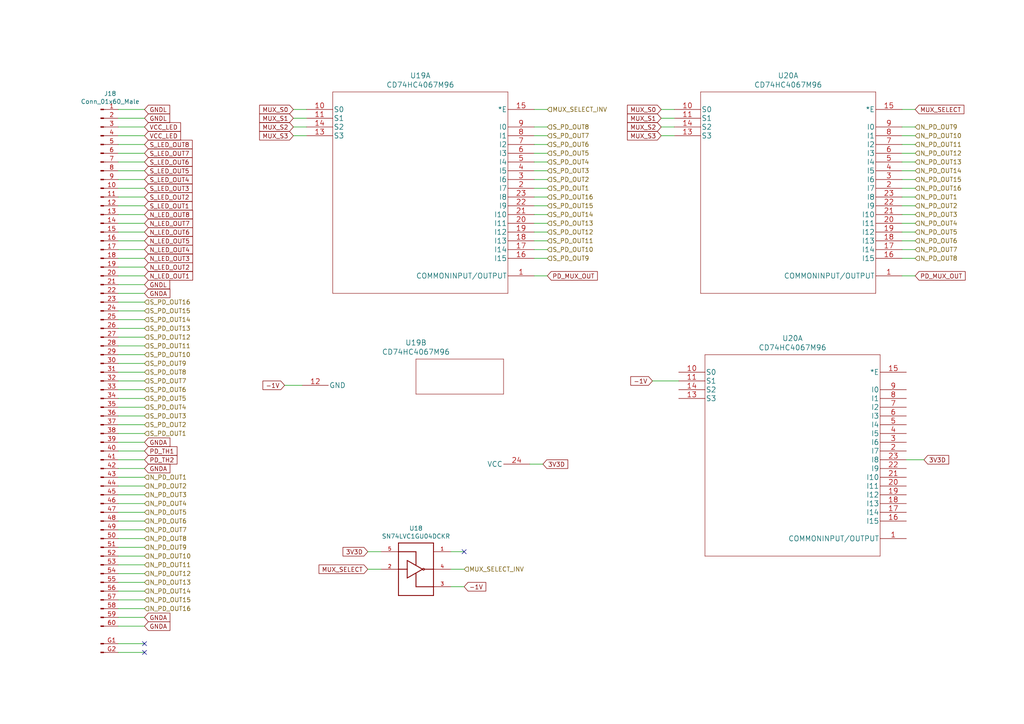
<source format=kicad_sch>
(kicad_sch (version 20211123) (generator eeschema)
  (paper "A4")
  (lib_symbols
    (symbol "Ninja-qPCR:CD74HC4067M96" (pin_names (offset 0.254))
      (property "Reference" "U" (at 33.02 10.16 0))
      (property "Value" "Ninja-qPCR_CD74HC4067M96" (at 33.02 7.62 0))
      (symbol "CD74HC4067M96_1_1"
        (polyline (pts (xy 7.62 -53.34) (xy 58.42 -53.34)) (stroke (width 0.127)))
        (polyline (pts (xy 7.62 5.08) (xy 7.62 -53.34)) (stroke (width 0.127)))
        (polyline (pts (xy 58.42 -53.34) (xy 58.42 5.08)) (stroke (width 0.127)))
        (polyline (pts (xy 58.42 5.08) (xy 7.62 5.08)) (stroke (width 0.127)))
        (pin bidirectional line (at 0 -48.26 0) (length 7.62) (name "COMMONINPUT/OUTPUT") (number "1"))
        (pin output line (at 66.04 0 180) (length 7.62) (name "S0") (number "10"))
        (pin output line (at 66.04 -2.54 180) (length 7.62) (name "S1") (number "11"))
        (pin output line (at 66.04 -7.62 180) (length 7.62) (name "S3") (number "13"))
        (pin output line (at 66.04 -5.08 180) (length 7.62) (name "S2") (number "14"))
        (pin input line (at 0 0 0) (length 7.62) (name "*E") (number "15"))
        (pin input line (at 0 -43.18 0) (length 7.62) (name "I15") (number "16"))
        (pin input line (at 0 -40.64 0) (length 7.62) (name "I14") (number "17"))
        (pin input line (at 0 -38.1 0) (length 7.62) (name "I13") (number "18"))
        (pin input line (at 0 -35.56 0) (length 7.62) (name "I12") (number "19"))
        (pin input line (at 0 -22.86 0) (length 7.62) (name "I7") (number "2"))
        (pin input line (at 0 -33.02 0) (length 7.62) (name "I11") (number "20"))
        (pin input line (at 0 -30.48 0) (length 7.62) (name "I10") (number "21"))
        (pin input line (at 0 -27.94 0) (length 7.62) (name "I9") (number "22"))
        (pin input line (at 0 -25.4 0) (length 7.62) (name "I8") (number "23"))
        (pin input line (at 0 -20.32 0) (length 7.62) (name "I6") (number "3"))
        (pin input line (at 0 -17.78 0) (length 7.62) (name "I5") (number "4"))
        (pin input line (at 0 -15.24 0) (length 7.62) (name "I4") (number "5"))
        (pin input line (at 0 -12.7 0) (length 7.62) (name "I3") (number "6"))
        (pin input line (at 0 -10.16 0) (length 7.62) (name "I2") (number "7"))
        (pin input line (at 0 -7.62 0) (length 7.62) (name "I1") (number "8"))
        (pin input line (at 0 -5.08 0) (length 7.62) (name "I0") (number "9"))
      )
      (symbol "CD74HC4067M96_2_1"
        (polyline (pts (xy 7.62 -5.08) (xy 33.02 -5.08)) (stroke (width 0.127)))
        (polyline (pts (xy 7.62 5.08) (xy 7.62 -5.08)) (stroke (width 0.127)))
        (polyline (pts (xy 33.02 -5.08) (xy 33.02 5.08)) (stroke (width 0.127)))
        (polyline (pts (xy 33.02 5.08) (xy 7.62 5.08)) (stroke (width 0.127)))
        (pin power_in line (at 66.04 -2.54 180) (length 7.62) (name "GND") (number "12"))
        (pin power_in line (at 0 -25.4 0) (length 7.62) (name "VCC") (number "24"))
      )
    )
    (symbol "Ninja-qPCR:Conn_01x60_Male" (pin_names (offset 1.016) hide)
      (property "Reference" "J" (at 0 50.8 0))
      (property "Value" "Ninja-qPCR_Conn_01x60_Male" (at 1.27 -113.03 0))
      (symbol "Conn_01x60_Male_1_1"
        (polyline (pts (xy 1.27 -109.22) (xy 0.8636 -109.22)) (stroke (width 0.1524)))
        (polyline (pts (xy 1.27 -106.68) (xy 0.8636 -106.68)) (stroke (width 0.1524)))
        (polyline (pts (xy 1.27 -101.6) (xy 0.8636 -101.6)) (stroke (width 0.1524)))
        (polyline (pts (xy 1.27 -99.06) (xy 0.8636 -99.06)) (stroke (width 0.1524)))
        (polyline (pts (xy 1.27 -96.52) (xy 0.8636 -96.52)) (stroke (width 0.1524)))
        (polyline (pts (xy 1.27 -93.98) (xy 0.8636 -93.98)) (stroke (width 0.1524)))
        (polyline (pts (xy 1.27 -91.44) (xy 0.8636 -91.44)) (stroke (width 0.1524)))
        (polyline (pts (xy 1.27 -88.9) (xy 0.8636 -88.9)) (stroke (width 0.1524)))
        (polyline (pts (xy 1.27 -86.36) (xy 0.8636 -86.36)) (stroke (width 0.1524)))
        (polyline (pts (xy 1.27 -83.82) (xy 0.8636 -83.82)) (stroke (width 0.1524)))
        (polyline (pts (xy 1.27 -81.28) (xy 0.8636 -81.28)) (stroke (width 0.1524)))
        (polyline (pts (xy 1.27 -78.74) (xy 0.8636 -78.74)) (stroke (width 0.1524)))
        (polyline (pts (xy 1.27 -76.2) (xy 0.8636 -76.2)) (stroke (width 0.1524)))
        (polyline (pts (xy 1.27 -73.66) (xy 0.8636 -73.66)) (stroke (width 0.1524)))
        (polyline (pts (xy 1.27 -71.12) (xy 0.8636 -71.12)) (stroke (width 0.1524)))
        (polyline (pts (xy 1.27 -68.58) (xy 0.8636 -68.58)) (stroke (width 0.1524)))
        (polyline (pts (xy 1.27 -66.04) (xy 0.8636 -66.04)) (stroke (width 0.1524)))
        (polyline (pts (xy 1.27 -63.5) (xy 0.8636 -63.5)) (stroke (width 0.1524)))
        (polyline (pts (xy 1.27 -60.96) (xy 0.8636 -60.96)) (stroke (width 0.1524)))
        (polyline (pts (xy 1.27 -58.42) (xy 0.8636 -58.42)) (stroke (width 0.1524)))
        (polyline (pts (xy 1.27 -55.88) (xy 0.8636 -55.88)) (stroke (width 0.1524)))
        (polyline (pts (xy 1.27 -53.34) (xy 0.8636 -53.34)) (stroke (width 0.1524)))
        (polyline (pts (xy 1.27 -50.8) (xy 0.8636 -50.8)) (stroke (width 0.1524)))
        (polyline (pts (xy 1.27 -48.26) (xy 0.8636 -48.26)) (stroke (width 0.1524)))
        (polyline (pts (xy 1.27 -45.72) (xy 0.8636 -45.72)) (stroke (width 0.1524)))
        (polyline (pts (xy 1.27 -43.18) (xy 0.8636 -43.18)) (stroke (width 0.1524)))
        (polyline (pts (xy 1.27 -40.64) (xy 0.8636 -40.64)) (stroke (width 0.1524)))
        (polyline (pts (xy 1.27 -38.1) (xy 0.8636 -38.1)) (stroke (width 0.1524)))
        (polyline (pts (xy 1.27 -35.56) (xy 0.8636 -35.56)) (stroke (width 0.1524)))
        (polyline (pts (xy 1.27 -33.02) (xy 0.8636 -33.02)) (stroke (width 0.1524)))
        (polyline (pts (xy 1.27 -30.48) (xy 0.8636 -30.48)) (stroke (width 0.1524)))
        (polyline (pts (xy 1.27 -27.94) (xy 0.8636 -27.94)) (stroke (width 0.1524)))
        (polyline (pts (xy 1.27 -25.4) (xy 0.8636 -25.4)) (stroke (width 0.1524)))
        (polyline (pts (xy 1.27 -22.86) (xy 0.8636 -22.86)) (stroke (width 0.1524)))
        (polyline (pts (xy 1.27 -20.32) (xy 0.8636 -20.32)) (stroke (width 0.1524)))
        (polyline (pts (xy 1.27 -17.78) (xy 0.8636 -17.78)) (stroke (width 0.1524)))
        (polyline (pts (xy 1.27 -15.24) (xy 0.8636 -15.24)) (stroke (width 0.1524)))
        (polyline (pts (xy 1.27 -12.7) (xy 0.8636 -12.7)) (stroke (width 0.1524)))
        (polyline (pts (xy 1.27 -10.16) (xy 0.8636 -10.16)) (stroke (width 0.1524)))
        (polyline (pts (xy 1.27 -7.62) (xy 0.8636 -7.62)) (stroke (width 0.1524)))
        (polyline (pts (xy 1.27 -5.08) (xy 0.8636 -5.08)) (stroke (width 0.1524)))
        (polyline (pts (xy 1.27 -2.54) (xy 0.8636 -2.54)) (stroke (width 0.1524)))
        (polyline (pts (xy 1.27 0) (xy 0.8636 0)) (stroke (width 0.1524)))
        (polyline (pts (xy 1.27 2.54) (xy 0.8636 2.54)) (stroke (width 0.1524)))
        (polyline (pts (xy 1.27 5.08) (xy 0.8636 5.08)) (stroke (width 0.1524)))
        (polyline (pts (xy 1.27 7.62) (xy 0.8636 7.62)) (stroke (width 0.1524)))
        (polyline (pts (xy 1.27 10.16) (xy 0.8636 10.16)) (stroke (width 0.1524)))
        (polyline (pts (xy 1.27 12.7) (xy 0.8636 12.7)) (stroke (width 0.1524)))
        (polyline (pts (xy 1.27 15.24) (xy 0.8636 15.24)) (stroke (width 0.1524)))
        (polyline (pts (xy 1.27 17.78) (xy 0.8636 17.78)) (stroke (width 0.1524)))
        (polyline (pts (xy 1.27 20.32) (xy 0.8636 20.32)) (stroke (width 0.1524)))
        (polyline (pts (xy 1.27 22.86) (xy 0.8636 22.86)) (stroke (width 0.1524)))
        (polyline (pts (xy 1.27 25.4) (xy 0.8636 25.4)) (stroke (width 0.1524)))
        (polyline (pts (xy 1.27 27.94) (xy 0.8636 27.94)) (stroke (width 0.1524)))
        (polyline (pts (xy 1.27 30.48) (xy 0.8636 30.48)) (stroke (width 0.1524)))
        (polyline (pts (xy 1.27 33.02) (xy 0.8636 33.02)) (stroke (width 0.1524)))
        (polyline (pts (xy 1.27 35.56) (xy 0.8636 35.56)) (stroke (width 0.1524)))
        (polyline (pts (xy 1.27 38.1) (xy 0.8636 38.1)) (stroke (width 0.1524)))
        (polyline (pts (xy 1.27 40.64) (xy 0.8636 40.64)) (stroke (width 0.1524)))
        (polyline (pts (xy 1.27 43.18) (xy 0.8636 43.18)) (stroke (width 0.1524)))
        (polyline (pts (xy 1.27 45.72) (xy 0.8636 45.72)) (stroke (width 0.1524)))
        (polyline (pts (xy 1.27 48.26) (xy 0.8636 48.26)) (stroke (width 0.1524)))
        (rectangle (start 0.8636 -109.093) (end 0 -109.347) (stroke (width 0.1524)) (fill (type outline)))
        (rectangle (start 0.8636 -106.553) (end 0 -106.807) (stroke (width 0.1524)) (fill (type outline)))
        (rectangle (start 0.8636 -101.473) (end 0 -101.727) (stroke (width 0.1524)) (fill (type outline)))
        (rectangle (start 0.8636 -98.933) (end 0 -99.187) (stroke (width 0.1524)) (fill (type outline)))
        (rectangle (start 0.8636 -96.393) (end 0 -96.647) (stroke (width 0.1524)) (fill (type outline)))
        (rectangle (start 0.8636 -93.853) (end 0 -94.107) (stroke (width 0.1524)) (fill (type outline)))
        (rectangle (start 0.8636 -91.313) (end 0 -91.567) (stroke (width 0.1524)) (fill (type outline)))
        (rectangle (start 0.8636 -88.773) (end 0 -89.027) (stroke (width 0.1524)) (fill (type outline)))
        (rectangle (start 0.8636 -86.233) (end 0 -86.487) (stroke (width 0.1524)) (fill (type outline)))
        (rectangle (start 0.8636 -83.693) (end 0 -83.947) (stroke (width 0.1524)) (fill (type outline)))
        (rectangle (start 0.8636 -81.153) (end 0 -81.407) (stroke (width 0.1524)) (fill (type outline)))
        (rectangle (start 0.8636 -78.613) (end 0 -78.867) (stroke (width 0.1524)) (fill (type outline)))
        (rectangle (start 0.8636 -76.073) (end 0 -76.327) (stroke (width 0.1524)) (fill (type outline)))
        (rectangle (start 0.8636 -73.533) (end 0 -73.787) (stroke (width 0.1524)) (fill (type outline)))
        (rectangle (start 0.8636 -70.993) (end 0 -71.247) (stroke (width 0.1524)) (fill (type outline)))
        (rectangle (start 0.8636 -68.453) (end 0 -68.707) (stroke (width 0.1524)) (fill (type outline)))
        (rectangle (start 0.8636 -65.913) (end 0 -66.167) (stroke (width 0.1524)) (fill (type outline)))
        (rectangle (start 0.8636 -63.373) (end 0 -63.627) (stroke (width 0.1524)) (fill (type outline)))
        (rectangle (start 0.8636 -60.833) (end 0 -61.087) (stroke (width 0.1524)) (fill (type outline)))
        (rectangle (start 0.8636 -58.293) (end 0 -58.547) (stroke (width 0.1524)) (fill (type outline)))
        (rectangle (start 0.8636 -55.753) (end 0 -56.007) (stroke (width 0.1524)) (fill (type outline)))
        (rectangle (start 0.8636 -53.213) (end 0 -53.467) (stroke (width 0.1524)) (fill (type outline)))
        (rectangle (start 0.8636 -50.673) (end 0 -50.927) (stroke (width 0.1524)) (fill (type outline)))
        (rectangle (start 0.8636 -48.133) (end 0 -48.387) (stroke (width 0.1524)) (fill (type outline)))
        (rectangle (start 0.8636 -45.593) (end 0 -45.847) (stroke (width 0.1524)) (fill (type outline)))
        (rectangle (start 0.8636 -43.053) (end 0 -43.307) (stroke (width 0.1524)) (fill (type outline)))
        (rectangle (start 0.8636 -40.513) (end 0 -40.767) (stroke (width 0.1524)) (fill (type outline)))
        (rectangle (start 0.8636 -37.973) (end 0 -38.227) (stroke (width 0.1524)) (fill (type outline)))
        (rectangle (start 0.8636 -35.433) (end 0 -35.687) (stroke (width 0.1524)) (fill (type outline)))
        (rectangle (start 0.8636 -32.893) (end 0 -33.147) (stroke (width 0.1524)) (fill (type outline)))
        (rectangle (start 0.8636 -30.353) (end 0 -30.607) (stroke (width 0.1524)) (fill (type outline)))
        (rectangle (start 0.8636 -27.813) (end 0 -28.067) (stroke (width 0.1524)) (fill (type outline)))
        (rectangle (start 0.8636 -25.273) (end 0 -25.527) (stroke (width 0.1524)) (fill (type outline)))
        (rectangle (start 0.8636 -22.733) (end 0 -22.987) (stroke (width 0.1524)) (fill (type outline)))
        (rectangle (start 0.8636 -20.193) (end 0 -20.447) (stroke (width 0.1524)) (fill (type outline)))
        (rectangle (start 0.8636 -17.653) (end 0 -17.907) (stroke (width 0.1524)) (fill (type outline)))
        (rectangle (start 0.8636 -15.113) (end 0 -15.367) (stroke (width 0.1524)) (fill (type outline)))
        (rectangle (start 0.8636 -12.573) (end 0 -12.827) (stroke (width 0.1524)) (fill (type outline)))
        (rectangle (start 0.8636 -10.033) (end 0 -10.287) (stroke (width 0.1524)) (fill (type outline)))
        (rectangle (start 0.8636 -7.493) (end 0 -7.747) (stroke (width 0.1524)) (fill (type outline)))
        (rectangle (start 0.8636 -4.953) (end 0 -5.207) (stroke (width 0.1524)) (fill (type outline)))
        (rectangle (start 0.8636 -2.413) (end 0 -2.667) (stroke (width 0.1524)) (fill (type outline)))
        (rectangle (start 0.8636 0.127) (end 0 -0.127) (stroke (width 0.1524)) (fill (type outline)))
        (rectangle (start 0.8636 2.667) (end 0 2.413) (stroke (width 0.1524)) (fill (type outline)))
        (rectangle (start 0.8636 5.207) (end 0 4.953) (stroke (width 0.1524)) (fill (type outline)))
        (rectangle (start 0.8636 7.747) (end 0 7.493) (stroke (width 0.1524)) (fill (type outline)))
        (rectangle (start 0.8636 10.287) (end 0 10.033) (stroke (width 0.1524)) (fill (type outline)))
        (rectangle (start 0.8636 12.827) (end 0 12.573) (stroke (width 0.1524)) (fill (type outline)))
        (rectangle (start 0.8636 15.367) (end 0 15.113) (stroke (width 0.1524)) (fill (type outline)))
        (rectangle (start 0.8636 17.907) (end 0 17.653) (stroke (width 0.1524)) (fill (type outline)))
        (rectangle (start 0.8636 20.447) (end 0 20.193) (stroke (width 0.1524)) (fill (type outline)))
        (rectangle (start 0.8636 22.987) (end 0 22.733) (stroke (width 0.1524)) (fill (type outline)))
        (rectangle (start 0.8636 25.527) (end 0 25.273) (stroke (width 0.1524)) (fill (type outline)))
        (rectangle (start 0.8636 28.067) (end 0 27.813) (stroke (width 0.1524)) (fill (type outline)))
        (rectangle (start 0.8636 30.607) (end 0 30.353) (stroke (width 0.1524)) (fill (type outline)))
        (rectangle (start 0.8636 33.147) (end 0 32.893) (stroke (width 0.1524)) (fill (type outline)))
        (rectangle (start 0.8636 35.687) (end 0 35.433) (stroke (width 0.1524)) (fill (type outline)))
        (rectangle (start 0.8636 38.227) (end 0 37.973) (stroke (width 0.1524)) (fill (type outline)))
        (rectangle (start 0.8636 40.767) (end 0 40.513) (stroke (width 0.1524)) (fill (type outline)))
        (rectangle (start 0.8636 43.307) (end 0 43.053) (stroke (width 0.1524)) (fill (type outline)))
        (rectangle (start 0.8636 45.847) (end 0 45.593) (stroke (width 0.1524)) (fill (type outline)))
        (rectangle (start 0.8636 48.387) (end 0 48.133) (stroke (width 0.1524)) (fill (type outline)))
        (pin passive line (at 5.08 48.26 180) (length 3.81) (name "Pin_1") (number "1"))
        (pin passive line (at 5.08 25.4 180) (length 3.81) (name "Pin_10") (number "10"))
        (pin passive line (at 5.08 22.86 180) (length 3.81) (name "Pin_11") (number "11"))
        (pin passive line (at 5.08 20.32 180) (length 3.81) (name "Pin_12") (number "12"))
        (pin passive line (at 5.08 17.78 180) (length 3.81) (name "Pin_13") (number "13"))
        (pin passive line (at 5.08 15.24 180) (length 3.81) (name "Pin_14") (number "14"))
        (pin passive line (at 5.08 12.7 180) (length 3.81) (name "Pin_15") (number "15"))
        (pin passive line (at 5.08 10.16 180) (length 3.81) (name "Pin_16") (number "16"))
        (pin passive line (at 5.08 7.62 180) (length 3.81) (name "Pin_17") (number "17"))
        (pin passive line (at 5.08 5.08 180) (length 3.81) (name "Pin_18") (number "18"))
        (pin passive line (at 5.08 2.54 180) (length 3.81) (name "Pin_19") (number "19"))
        (pin passive line (at 5.08 45.72 180) (length 3.81) (name "Pin_2") (number "2"))
        (pin passive line (at 5.08 0 180) (length 3.81) (name "Pin_20") (number "20"))
        (pin passive line (at 5.08 -2.54 180) (length 3.81) (name "Pin_21") (number "21"))
        (pin passive line (at 5.08 -5.08 180) (length 3.81) (name "Pin_22") (number "22"))
        (pin passive line (at 5.08 -7.62 180) (length 3.81) (name "Pin_23") (number "23"))
        (pin passive line (at 5.08 -10.16 180) (length 3.81) (name "Pin_24") (number "24"))
        (pin passive line (at 5.08 -12.7 180) (length 3.81) (name "Pin_25") (number "25"))
        (pin passive line (at 5.08 -15.24 180) (length 3.81) (name "Pin_26") (number "26"))
        (pin passive line (at 5.08 -17.78 180) (length 3.81) (name "Pin_27") (number "27"))
        (pin passive line (at 5.08 -20.32 180) (length 3.81) (name "Pin_28") (number "28"))
        (pin passive line (at 5.08 -22.86 180) (length 3.81) (name "Pin_29") (number "29"))
        (pin passive line (at 5.08 43.18 180) (length 3.81) (name "Pin_3") (number "3"))
        (pin passive line (at 5.08 -25.4 180) (length 3.81) (name "Pin_30") (number "30"))
        (pin passive line (at 5.08 -27.94 180) (length 3.81) (name "Pin_31") (number "31"))
        (pin passive line (at 5.08 -30.48 180) (length 3.81) (name "Pin_32") (number "32"))
        (pin passive line (at 5.08 -33.02 180) (length 3.81) (name "Pin_33") (number "33"))
        (pin passive line (at 5.08 -35.56 180) (length 3.81) (name "Pin_34") (number "34"))
        (pin passive line (at 5.08 -38.1 180) (length 3.81) (name "Pin_35") (number "35"))
        (pin passive line (at 5.08 -40.64 180) (length 3.81) (name "Pin_36") (number "36"))
        (pin passive line (at 5.08 -43.18 180) (length 3.81) (name "Pin_37") (number "37"))
        (pin passive line (at 5.08 -45.72 180) (length 3.81) (name "Pin_38") (number "38"))
        (pin passive line (at 5.08 -48.26 180) (length 3.81) (name "Pin_39") (number "39"))
        (pin passive line (at 5.08 40.64 180) (length 3.81) (name "Pin_4") (number "4"))
        (pin passive line (at 5.08 -50.8 180) (length 3.81) (name "Pin_40") (number "40"))
        (pin passive line (at 5.08 -53.34 180) (length 3.81) (name "Pin_41") (number "41"))
        (pin passive line (at 5.08 -55.88 180) (length 3.81) (name "Pin_42") (number "42"))
        (pin passive line (at 5.08 -58.42 180) (length 3.81) (name "Pin_43") (number "43"))
        (pin passive line (at 5.08 -60.96 180) (length 3.81) (name "Pin_44") (number "44"))
        (pin passive line (at 5.08 -63.5 180) (length 3.81) (name "Pin_45") (number "45"))
        (pin passive line (at 5.08 -66.04 180) (length 3.81) (name "Pin_46") (number "46"))
        (pin passive line (at 5.08 -68.58 180) (length 3.81) (name "Pin_47") (number "47"))
        (pin passive line (at 5.08 -71.12 180) (length 3.81) (name "Pin_48") (number "48"))
        (pin passive line (at 5.08 -73.66 180) (length 3.81) (name "Pin_49") (number "49"))
        (pin passive line (at 5.08 38.1 180) (length 3.81) (name "Pin_5") (number "5"))
        (pin passive line (at 5.08 -76.2 180) (length 3.81) (name "Pin_50") (number "50"))
        (pin passive line (at 5.08 -78.74 180) (length 3.81) (name "Pin_51") (number "51"))
        (pin passive line (at 5.08 -81.28 180) (length 3.81) (name "Pin_52") (number "52"))
        (pin passive line (at 5.08 -83.82 180) (length 3.81) (name "Pin_53") (number "53"))
        (pin passive line (at 5.08 -86.36 180) (length 3.81) (name "Pin_54") (number "54"))
        (pin passive line (at 5.08 -88.9 180) (length 3.81) (name "Pin_55") (number "55"))
        (pin passive line (at 5.08 -91.44 180) (length 3.81) (name "Pin_56") (number "56"))
        (pin passive line (at 5.08 -93.98 180) (length 3.81) (name "Pin_57") (number "57"))
        (pin passive line (at 5.08 -96.52 180) (length 3.81) (name "Pin_58") (number "58"))
        (pin passive line (at 5.08 -99.06 180) (length 3.81) (name "Pin_59") (number "59"))
        (pin passive line (at 5.08 35.56 180) (length 3.81) (name "Pin_6") (number "6"))
        (pin passive line (at 5.08 -101.6 180) (length 3.81) (name "Pin_60") (number "60"))
        (pin passive line (at 5.08 33.02 180) (length 3.81) (name "Pin_7") (number "7"))
        (pin passive line (at 5.08 30.48 180) (length 3.81) (name "Pin_8") (number "8"))
        (pin passive line (at 5.08 27.94 180) (length 3.81) (name "Pin_9") (number "9"))
        (pin passive line (at 5.08 -106.68 180) (length 3.81) (name "Pin_G1") (number "G1"))
        (pin passive line (at 5.08 -109.22 180) (length 3.81) (name "Pin_G2") (number "G2"))
      )
    )
    (symbol "Ninja-qPCR:SN74LVC1G04DBVR" (pin_names (offset 1.016) hide)
      (property "Reference" "U" (at -5.08 8.6106 0))
      (property "Value" "Ninja-qPCR_SN74LVC1G04DBVR" (at -5.08 -10.16 0))
      (symbol "SN74LVC1G04DBVR_0_0"
        (polyline (pts (xy -5.08 -7.62) (xy 5.08 -7.62)) (stroke (width 0.254)))
        (polyline (pts (xy -5.08 0) (xy -2.54 0)) (stroke (width 0.254)))
        (polyline (pts (xy -5.08 5.08) (xy 0 5.08)) (stroke (width 0.254)))
        (polyline (pts (xy -5.08 7.62) (xy -5.08 -7.62)) (stroke (width 0.254)))
        (polyline (pts (xy -2.54 -2.54) (xy -2.54 0)) (stroke (width 0.254)))
        (polyline (pts (xy -2.54 0) (xy -2.54 2.54)) (stroke (width 0.254)))
        (polyline (pts (xy -2.54 2.54) (xy 1.905 0)) (stroke (width 0.254)))
        (polyline (pts (xy 0 -5.08) (xy 5.08 -5.08)) (stroke (width 0.254)))
        (polyline (pts (xy 0 -1.143) (xy 0 -5.08)) (stroke (width 0.254)))
        (polyline (pts (xy 0 5.08) (xy 0 1.143)) (stroke (width 0.254)))
        (polyline (pts (xy 1.905 0) (xy -2.54 -2.54)) (stroke (width 0.254)))
        (polyline (pts (xy 2.54 0) (xy 5.08 0)) (stroke (width 0.254)))
        (polyline (pts (xy 5.08 -7.62) (xy 5.08 7.62)) (stroke (width 0.254)))
        (polyline (pts (xy 5.08 7.62) (xy -5.08 7.62)) (stroke (width 0.254)))
        (circle (center 2.1844 0) (radius 0.254) (stroke (width 0.254)))
        (pin passive line (at 10.16 5.08 180) (length 5.08) (name "~") (number "1"))
        (pin input line (at -10.16 0 0) (length 5.08) (name "~") (number "2"))
        (pin power_in line (at 10.16 -5.08 180) (length 5.08) (name "~") (number "3"))
        (pin output line (at 10.16 0 180) (length 5.08) (name "~") (number "4"))
        (pin power_in line (at -10.16 5.08 0) (length 5.08) (name "~") (number "5"))
      )
    )
  )
  (no_connect (at 41.91 189.23))
  (no_connect (at 41.91 186.69))
  (no_connect (at 134.62 160.02))
  (wire (pts (xy 41.91 166.37) (xy 34.29 166.37)))
  (wire (pts (xy 265.43 62.23) (xy 261.62 62.23)))
  (wire (pts (xy 41.91 64.77) (xy 34.29 64.77)))
  (wire (pts (xy 158.75 31.75) (xy 154.94 31.75)))
  (wire (pts (xy 41.91 110.49) (xy 34.29 110.49)))
  (wire (pts (xy 41.91 44.45) (xy 34.29 44.45)))
  (wire (pts (xy 41.91 82.55) (xy 34.29 82.55)))
  (wire (pts (xy 267.97 133.35) (xy 262.89 133.35)))
  (wire (pts (xy 265.43 44.45) (xy 261.62 44.45)))
  (wire (pts (xy 265.43 59.69) (xy 261.62 59.69)))
  (wire (pts (xy 41.91 105.41) (xy 34.29 105.41)))
  (wire (pts (xy 158.75 57.15) (xy 154.94 57.15)))
  (wire (pts (xy 41.91 59.69) (xy 34.29 59.69)))
  (wire (pts (xy 41.91 92.71) (xy 34.29 92.71)))
  (wire (pts (xy 158.75 69.85) (xy 154.94 69.85)))
  (wire (pts (xy 41.91 72.39) (xy 34.29 72.39)))
  (wire (pts (xy 41.91 97.79) (xy 34.29 97.79)))
  (wire (pts (xy 191.77 34.29) (xy 195.58 34.29)))
  (wire (pts (xy 158.75 64.77) (xy 154.94 64.77)))
  (wire (pts (xy 41.91 52.07) (xy 34.29 52.07)))
  (wire (pts (xy 157.48 134.62) (xy 153.67 134.62)))
  (wire (pts (xy 41.91 36.83) (xy 34.29 36.83)))
  (wire (pts (xy 265.43 57.15) (xy 261.62 57.15)))
  (wire (pts (xy 41.91 148.59) (xy 34.29 148.59)))
  (wire (pts (xy 88.9 39.37) (xy 85.09 39.37)))
  (wire (pts (xy 106.68 165.1) (xy 110.49 165.1)))
  (wire (pts (xy 41.91 118.11) (xy 34.29 118.11)))
  (wire (pts (xy 41.91 80.01) (xy 34.29 80.01)))
  (wire (pts (xy 265.43 46.99) (xy 261.62 46.99)))
  (wire (pts (xy 41.91 176.53) (xy 34.29 176.53)))
  (wire (pts (xy 41.91 189.23) (xy 34.29 189.23)))
  (wire (pts (xy 158.75 72.39) (xy 154.94 72.39)))
  (wire (pts (xy 41.91 125.73) (xy 34.29 125.73)))
  (wire (pts (xy 195.58 31.75) (xy 191.77 31.75)))
  (wire (pts (xy 41.91 100.33) (xy 34.29 100.33)))
  (wire (pts (xy 41.91 90.17) (xy 34.29 90.17)))
  (wire (pts (xy 134.62 170.18) (xy 130.81 170.18)))
  (wire (pts (xy 41.91 168.91) (xy 34.29 168.91)))
  (wire (pts (xy 41.91 158.75) (xy 34.29 158.75)))
  (wire (pts (xy 158.75 74.93) (xy 154.94 74.93)))
  (wire (pts (xy 88.9 36.83) (xy 85.09 36.83)))
  (wire (pts (xy 41.91 143.51) (xy 34.29 143.51)))
  (wire (pts (xy 110.49 160.02) (xy 106.68 160.02)))
  (wire (pts (xy 195.58 36.83) (xy 191.77 36.83)))
  (wire (pts (xy 88.9 34.29) (xy 85.09 34.29)))
  (wire (pts (xy 41.91 69.85) (xy 34.29 69.85)))
  (wire (pts (xy 158.75 49.53) (xy 154.94 49.53)))
  (wire (pts (xy 265.43 36.83) (xy 261.62 36.83)))
  (wire (pts (xy 134.62 160.02) (xy 130.81 160.02)))
  (wire (pts (xy 41.91 156.21) (xy 34.29 156.21)))
  (wire (pts (xy 41.91 123.19) (xy 34.29 123.19)))
  (wire (pts (xy 265.43 67.31) (xy 261.62 67.31)))
  (wire (pts (xy 41.91 41.91) (xy 34.29 41.91)))
  (wire (pts (xy 41.91 87.63) (xy 34.29 87.63)))
  (wire (pts (xy 265.43 41.91) (xy 261.62 41.91)))
  (wire (pts (xy 265.43 54.61) (xy 261.62 54.61)))
  (wire (pts (xy 265.43 52.07) (xy 261.62 52.07)))
  (wire (pts (xy 41.91 120.65) (xy 34.29 120.65)))
  (wire (pts (xy 158.75 41.91) (xy 154.94 41.91)))
  (wire (pts (xy 41.91 161.29) (xy 34.29 161.29)))
  (wire (pts (xy 41.91 135.89) (xy 34.29 135.89)))
  (wire (pts (xy 41.91 151.13) (xy 34.29 151.13)))
  (wire (pts (xy 41.91 171.45) (xy 34.29 171.45)))
  (wire (pts (xy 41.91 34.29) (xy 34.29 34.29)))
  (wire (pts (xy 88.9 31.75) (xy 85.09 31.75)))
  (wire (pts (xy 265.43 49.53) (xy 261.62 49.53)))
  (wire (pts (xy 158.75 52.07) (xy 154.94 52.07)))
  (wire (pts (xy 265.43 64.77) (xy 261.62 64.77)))
  (wire (pts (xy 158.75 67.31) (xy 154.94 67.31)))
  (wire (pts (xy 41.91 54.61) (xy 34.29 54.61)))
  (wire (pts (xy 158.75 46.99) (xy 154.94 46.99)))
  (wire (pts (xy 82.55 111.76) (xy 87.63 111.76)))
  (wire (pts (xy 41.91 49.53) (xy 34.29 49.53)))
  (wire (pts (xy 41.91 153.67) (xy 34.29 153.67)))
  (wire (pts (xy 191.77 39.37) (xy 195.58 39.37)))
  (wire (pts (xy 158.75 44.45) (xy 154.94 44.45)))
  (wire (pts (xy 41.91 67.31) (xy 34.29 67.31)))
  (wire (pts (xy 41.91 163.83) (xy 34.29 163.83)))
  (wire (pts (xy 134.62 165.1) (xy 130.81 165.1)))
  (wire (pts (xy 41.91 140.97) (xy 34.29 140.97)))
  (wire (pts (xy 158.75 36.83) (xy 154.94 36.83)))
  (wire (pts (xy 158.75 80.01) (xy 154.94 80.01)))
  (wire (pts (xy 41.91 181.61) (xy 34.29 181.61)))
  (wire (pts (xy 265.43 80.01) (xy 261.62 80.01)))
  (wire (pts (xy 41.91 39.37) (xy 34.29 39.37)))
  (wire (pts (xy 41.91 130.81) (xy 34.29 130.81)))
  (wire (pts (xy 158.75 62.23) (xy 154.94 62.23)))
  (wire (pts (xy 41.91 102.87) (xy 34.29 102.87)))
  (wire (pts (xy 41.91 107.95) (xy 34.29 107.95)))
  (wire (pts (xy 189.23 110.49) (xy 196.85 110.49)))
  (wire (pts (xy 265.43 72.39) (xy 261.62 72.39)))
  (wire (pts (xy 41.91 173.99) (xy 34.29 173.99)))
  (wire (pts (xy 41.91 186.69) (xy 34.29 186.69)))
  (wire (pts (xy 158.75 54.61) (xy 154.94 54.61)))
  (wire (pts (xy 41.91 179.07) (xy 34.29 179.07)))
  (wire (pts (xy 41.91 57.15) (xy 34.29 57.15)))
  (wire (pts (xy 41.91 115.57) (xy 34.29 115.57)))
  (wire (pts (xy 265.43 69.85) (xy 261.62 69.85)))
  (wire (pts (xy 41.91 113.03) (xy 34.29 113.03)))
  (wire (pts (xy 41.91 95.25) (xy 34.29 95.25)))
  (wire (pts (xy 158.75 39.37) (xy 154.94 39.37)))
  (wire (pts (xy 158.75 59.69) (xy 154.94 59.69)))
  (wire (pts (xy 41.91 133.35) (xy 34.29 133.35)))
  (wire (pts (xy 41.91 74.93) (xy 34.29 74.93)))
  (wire (pts (xy 41.91 77.47) (xy 34.29 77.47)))
  (wire (pts (xy 41.91 62.23) (xy 34.29 62.23)))
  (wire (pts (xy 41.91 138.43) (xy 34.29 138.43)))
  (wire (pts (xy 41.91 128.27) (xy 34.29 128.27)))
  (wire (pts (xy 41.91 31.75) (xy 34.29 31.75)))
  (wire (pts (xy 265.43 31.75) (xy 261.62 31.75)))
  (wire (pts (xy 41.91 85.09) (xy 34.29 85.09)))
  (wire (pts (xy 41.91 146.05) (xy 34.29 146.05)))
  (wire (pts (xy 265.43 39.37) (xy 261.62 39.37)))
  (wire (pts (xy 41.91 46.99) (xy 34.29 46.99)))
  (wire (pts (xy 265.43 74.93) (xy 261.62 74.93)))
  (global_label "S_LED_OUT6" (shape input) (at 41.91 46.99 0) (property "Intersheet References" "${INTERSHEET_REFS}" (effects hide)))
  (global_label "N_LED_OUT3" (shape input) (at 41.91 74.93 0) (property "Intersheet References" "${INTERSHEET_REFS}" (effects hide)))
  (global_label "3V3D" (shape input) (at 267.97 133.35 0) (property "Intersheet References" "${INTERSHEET_REFS}" (effects hide)))
  (global_label "3V3D" (shape input) (at 106.68 160.02 180) (property "Intersheet References" "${INTERSHEET_REFS}" (effects hide)))
  (global_label "S_LED_OUT5" (shape input) (at 41.91 49.53 0) (property "Intersheet References" "${INTERSHEET_REFS}" (effects hide)))
  (global_label "GNDA" (shape input) (at 41.91 128.27 0) (property "Intersheet References" "${INTERSHEET_REFS}" (effects hide)))
  (global_label "MUX_S0" (shape input) (at 191.77 31.75 180) (property "Intersheet References" "${INTERSHEET_REFS}" (effects hide)))
  (global_label "MUX_SELECT" (shape input) (at 265.43 31.75 0) (property "Intersheet References" "${INTERSHEET_REFS}" (effects hide)))
  (global_label "N_LED_OUT2" (shape input) (at 41.91 77.47 0) (property "Intersheet References" "${INTERSHEET_REFS}" (effects hide)))
  (global_label "MUX_S2" (shape input) (at 85.09 36.83 180) (property "Intersheet References" "${INTERSHEET_REFS}" (effects hide)))
  (global_label "PD_MUX_OUT" (shape input) (at 265.43 80.01 0) (property "Intersheet References" "${INTERSHEET_REFS}" (effects hide)))
  (global_label "MUX_S0" (shape input) (at 85.09 31.75 180) (property "Intersheet References" "${INTERSHEET_REFS}" (effects hide)))
  (global_label "GNDA" (shape input) (at 41.91 85.09 0) (property "Intersheet References" "${INTERSHEET_REFS}" (effects hide)))
  (global_label "MUX_SELECT" (shape input) (at 106.68 165.1 180) (property "Intersheet References" "${INTERSHEET_REFS}" (effects hide)))
  (global_label "S_LED_OUT2" (shape input) (at 41.91 57.15 0) (property "Intersheet References" "${INTERSHEET_REFS}" (effects hide)))
  (global_label "GNDL" (shape input) (at 41.91 34.29 0) (property "Intersheet References" "${INTERSHEET_REFS}" (effects hide)))
  (global_label "PD_TH1" (shape input) (at 41.91 130.81 0) (property "Intersheet References" "${INTERSHEET_REFS}" (effects hide)))
  (global_label "N_LED_OUT1" (shape input) (at 41.91 80.01 0) (property "Intersheet References" "${INTERSHEET_REFS}" (effects hide)))
  (global_label "PD_TH2" (shape input) (at 41.91 133.35 0) (property "Intersheet References" "${INTERSHEET_REFS}" (effects hide)))
  (global_label "MUX_S1" (shape input) (at 85.09 34.29 180) (property "Intersheet References" "${INTERSHEET_REFS}" (effects hide)))
  (global_label "VCC_LED" (shape input) (at 41.91 36.83 0) (property "Intersheet References" "${INTERSHEET_REFS}" (effects hide)))
  (global_label "S_LED_OUT7" (shape input) (at 41.91 44.45 0) (property "Intersheet References" "${INTERSHEET_REFS}" (effects hide)))
  (global_label "GNDL" (shape input) (at 41.91 31.75 0) (property "Intersheet References" "${INTERSHEET_REFS}" (effects hide)))
  (global_label "MUX_S2" (shape input) (at 191.77 36.83 180) (property "Intersheet References" "${INTERSHEET_REFS}" (effects hide)))
  (global_label "S_LED_OUT4" (shape input) (at 41.91 52.07 0) (property "Intersheet References" "${INTERSHEET_REFS}" (effects hide)))
  (global_label "-1V" (shape input) (at 189.23 110.49 180) (property "Intersheet References" "${INTERSHEET_REFS}" (effects hide)))
  (global_label "MUX_S1" (shape input) (at 191.77 34.29 180) (property "Intersheet References" "${INTERSHEET_REFS}" (effects hide)))
  (global_label "GNDA" (shape input) (at 41.91 179.07 0) (property "Intersheet References" "${INTERSHEET_REFS}" (effects hide)))
  (global_label "S_LED_OUT1" (shape input) (at 41.91 59.69 0) (property "Intersheet References" "${INTERSHEET_REFS}" (effects hide)))
  (global_label "MUX_S3" (shape input) (at 191.77 39.37 180) (property "Intersheet References" "${INTERSHEET_REFS}" (effects hide)))
  (global_label "GNDA" (shape input) (at 41.91 135.89 0) (property "Intersheet References" "${INTERSHEET_REFS}" (effects hide)))
  (global_label "N_LED_OUT8" (shape input) (at 41.91 62.23 0) (property "Intersheet References" "${INTERSHEET_REFS}" (effects hide)))
  (global_label "N_LED_OUT5" (shape input) (at 41.91 69.85 0) (property "Intersheet References" "${INTERSHEET_REFS}" (effects hide)))
  (global_label "3V3D" (shape input) (at 157.48 134.62 0) (property "Intersheet References" "${INTERSHEET_REFS}" (effects hide)))
  (global_label "S_LED_OUT3" (shape input) (at 41.91 54.61 0) (property "Intersheet References" "${INTERSHEET_REFS}" (effects hide)))
  (global_label "MUX_S3" (shape input) (at 85.09 39.37 180) (property "Intersheet References" "${INTERSHEET_REFS}" (effects hide)))
  (global_label "VCC_LED" (shape input) (at 41.91 39.37 0) (property "Intersheet References" "${INTERSHEET_REFS}" (effects hide)))
  (global_label "-1V" (shape input) (at 82.55 111.76 180) (property "Intersheet References" "${INTERSHEET_REFS}" (effects hide)))
  (global_label "GNDL" (shape input) (at 41.91 82.55 0) (property "Intersheet References" "${INTERSHEET_REFS}" (effects hide)))
  (global_label "GNDA" (shape input) (at 41.91 181.61 0) (property "Intersheet References" "${INTERSHEET_REFS}" (effects hide)))
  (global_label "S_LED_OUT8" (shape input) (at 41.91 41.91 0) (property "Intersheet References" "${INTERSHEET_REFS}" (effects hide)))
  (global_label "PD_MUX_OUT" (shape input) (at 158.75 80.01 0) (property "Intersheet References" "${INTERSHEET_REFS}" (effects hide)))
  (global_label "N_LED_OUT6" (shape input) (at 41.91 67.31 0) (property "Intersheet References" "${INTERSHEET_REFS}" (effects hide)))
  (global_label "-1V" (shape input) (at 134.62 170.18 0) (property "Intersheet References" "${INTERSHEET_REFS}" (effects hide)))
  (global_label "N_LED_OUT4" (shape input) (at 41.91 72.39 0) (property "Intersheet References" "${INTERSHEET_REFS}" (effects hide)))
  (global_label "N_LED_OUT7" (shape input) (at 41.91 64.77 0) (property "Intersheet References" "${INTERSHEET_REFS}" (effects hide)))
  (hierarchical_label "N_PD_OUT7" (shape input) (at 41.91 153.67 0))
  (hierarchical_label "S_PD_OUT7" (shape input) (at 158.75 39.37 0))
  (hierarchical_label "N_PD_OUT7" (shape input) (at 265.43 72.39 0))
  (hierarchical_label "S_PD_OUT8" (shape input) (at 41.91 107.95 0))
  (hierarchical_label "MUX_SELECT_INV" (shape input) (at 158.75 31.75 0))
  (hierarchical_label "S_PD_OUT4" (shape input) (at 158.75 46.99 0))
  (hierarchical_label "N_PD_OUT6" (shape input) (at 265.43 69.85 0))
  (hierarchical_label "N_PD_OUT4" (shape input) (at 265.43 64.77 0))
  (hierarchical_label "N_PD_OUT1" (shape input) (at 41.91 138.43 0))
  (hierarchical_label "N_PD_OUT6" (shape input) (at 41.91 151.13 0))
  (hierarchical_label "N_PD_OUT2" (shape input) (at 41.91 140.97 0))
  (hierarchical_label "N_PD_OUT9" (shape input) (at 41.91 158.75 0))
  (hierarchical_label "N_PD_OUT4" (shape input) (at 41.91 146.05 0))
  (hierarchical_label "S_PD_OUT10" (shape input) (at 158.75 72.39 0))
  (hierarchical_label "N_PD_OUT3" (shape input) (at 265.43 62.23 0))
  (hierarchical_label "N_PD_OUT13" (shape input) (at 41.91 168.91 0))
  (hierarchical_label "MUX_SELECT_INV" (shape input) (at 134.62 165.1 0))
  (hierarchical_label "S_PD_OUT4" (shape input) (at 41.91 118.11 0))
  (hierarchical_label "S_PD_OUT7" (shape input) (at 41.91 110.49 0))
  (hierarchical_label "S_PD_OUT3" (shape input) (at 41.91 120.65 0))
  (hierarchical_label "N_PD_OUT10" (shape input) (at 265.43 39.37 0))
  (hierarchical_label "N_PD_OUT8" (shape input) (at 41.91 156.21 0))
  (hierarchical_label "S_PD_OUT13" (shape input) (at 41.91 95.25 0))
  (hierarchical_label "N_PD_OUT3" (shape input) (at 41.91 143.51 0))
  (hierarchical_label "S_PD_OUT12" (shape input) (at 158.75 67.31 0))
  (hierarchical_label "N_PD_OUT9" (shape input) (at 265.43 36.83 0))
  (hierarchical_label "N_PD_OUT14" (shape input) (at 265.43 49.53 0))
  (hierarchical_label "S_PD_OUT2" (shape input) (at 158.75 52.07 0))
  (hierarchical_label "S_PD_OUT6" (shape input) (at 41.91 113.03 0))
  (hierarchical_label "N_PD_OUT12" (shape input) (at 41.91 166.37 0))
  (hierarchical_label "N_PD_OUT15" (shape input) (at 265.43 52.07 0))
  (hierarchical_label "S_PD_OUT15" (shape input) (at 158.75 59.69 0))
  (hierarchical_label "S_PD_OUT14" (shape input) (at 41.91 92.71 0))
  (hierarchical_label "S_PD_OUT11" (shape input) (at 158.75 69.85 0))
  (hierarchical_label "N_PD_OUT10" (shape input) (at 41.91 161.29 0))
  (hierarchical_label "N_PD_OUT11" (shape input) (at 265.43 41.91 0))
  (hierarchical_label "S_PD_OUT5" (shape input) (at 41.91 115.57 0))
  (hierarchical_label "S_PD_OUT1" (shape input) (at 41.91 125.73 0))
  (hierarchical_label "S_PD_OUT15" (shape input) (at 41.91 90.17 0))
  (hierarchical_label "N_PD_OUT13" (shape input) (at 265.43 46.99 0))
  (hierarchical_label "N_PD_OUT16" (shape input) (at 41.91 176.53 0))
  (hierarchical_label "N_PD_OUT1" (shape input) (at 265.43 57.15 0))
  (hierarchical_label "S_PD_OUT2" (shape input) (at 41.91 123.19 0))
  (hierarchical_label "N_PD_OUT15" (shape input) (at 41.91 173.99 0))
  (hierarchical_label "N_PD_OUT14" (shape input) (at 41.91 171.45 0))
  (hierarchical_label "S_PD_OUT16" (shape input) (at 158.75 57.15 0))
  (hierarchical_label "S_PD_OUT8" (shape input) (at 158.75 36.83 0))
  (hierarchical_label "S_PD_OUT3" (shape input) (at 158.75 49.53 0))
  (hierarchical_label "N_PD_OUT12" (shape input) (at 265.43 44.45 0))
  (hierarchical_label "S_PD_OUT12" (shape input) (at 41.91 97.79 0))
  (hierarchical_label "S_PD_OUT9" (shape input) (at 158.75 74.93 0))
  (hierarchical_label "S_PD_OUT1" (shape input) (at 158.75 54.61 0))
  (hierarchical_label "S_PD_OUT10" (shape input) (at 41.91 102.87 0))
  (hierarchical_label "N_PD_OUT2" (shape input) (at 265.43 59.69 0))
  (hierarchical_label "N_PD_OUT8" (shape input) (at 265.43 74.93 0))
  (hierarchical_label "N_PD_OUT5" (shape input) (at 41.91 148.59 0))
  (hierarchical_label "N_PD_OUT11" (shape input) (at 41.91 163.83 0))
  (hierarchical_label "N_PD_OUT5" (shape input) (at 265.43 67.31 0))
  (hierarchical_label "S_PD_OUT14" (shape input) (at 158.75 62.23 0))
  (hierarchical_label "S_PD_OUT9" (shape input) (at 41.91 105.41 0))
  (hierarchical_label "S_PD_OUT6" (shape input) (at 158.75 41.91 0))
  (hierarchical_label "S_PD_OUT5" (shape input) (at 158.75 44.45 0))
  (hierarchical_label "S_PD_OUT13" (shape input) (at 158.75 64.77 0))
  (hierarchical_label "S_PD_OUT16" (shape input) (at 41.91 87.63 0))
  (hierarchical_label "N_PD_OUT16" (shape input) (at 265.43 54.61 0))
  (hierarchical_label "S_PD_OUT11" (shape input) (at 41.91 100.33 0))
  (symbol (lib_id "Ninja-qPCR:SN74LVC1G04DBVR") (at 120.65 165.1 0) (unit 1)
    (property "Reference" "U18" (at 120.65 153.2382 0))
    (property "Value" "SN74LVC1GU04DCKR" (at 120.65 155.5496 0))
    (property "Footprint" "Ninja-qPCR:SN74LVC1GU04DBVR" (effects hide))
    (property "Datasheet" "IPC-7351B" (effects hide))
    (property "Field4" "1.45mm" (effects hide))
    (property "Field5" "AD" (effects hide))
    (property "Field6" "Texas Instruments" (effects hide))
  )
  (symbol (lib_id "Ninja-qPCR:CD74HC4067M96") (at 153.67 109.22 0) (mirror y) (unit 2)
    (property "Reference" "U19" (at 120.65 99.3902 0) (effects (font (size 1.524 1.524))))
    (property "Value" "CD74HC4067M96" (at 120.65 102.0826 0) (effects (font (size 1.524 1.524))))
    (property "Footprint" "Ninja-qPCR:CD74HC4067M96" (effects hide))
  )
  (symbol (lib_id "Ninja-qPCR:CD74HC4067M96") (at 154.94 31.75 0) (mirror y) (unit 1)
    (property "Reference" "U19" (at 121.92 21.9202 0) (effects (font (size 1.524 1.524))))
    (property "Value" "CD74HC4067M96" (at 121.92 24.6126 0) (effects (font (size 1.524 1.524))))
    (property "Footprint" "Ninja-qPCR:CD74HC4067M96" (effects hide))
  )
  (symbol (lib_id "Ninja-qPCR:Conn_01x60_Male") (at 29.21 80.01 0)
    (property "Reference" "J18" (at 31.9532 27.1526 0))
    (property "Value" "Conn_01x60_Male" (at 31.9532 29.464 0))
    (property "Footprint" "Ninja-qPCR:FFC_60_Ali_HUISHUNFA" (effects hide))
  )
  (symbol (lib_id "Ninja-qPCR:CD74HC4067M96") (at 262.89 107.95 0) (mirror y)
    (property "Reference" "U20" (at 229.87 98.1202 0) (effects (font (size 1.524 1.524))))
    (property "Value" "CD74HC4067M96" (at 229.87 100.8126 0) (effects (font (size 1.524 1.524))))
    (property "Footprint" "Ninja-qPCR:CD74HC4067M96" (effects hide))
  )
  (symbol (lib_id "Ninja-qPCR:CD74HC4067M96") (at 261.62 31.75 0) (mirror y)
    (property "Reference" "U20" (at 228.6 21.9202 0) (effects (font (size 1.524 1.524))))
    (property "Value" "CD74HC4067M96" (at 228.6 24.6126 0) (effects (font (size 1.524 1.524))))
    (property "Footprint" "Ninja-qPCR:CD74HC4067M96" (effects hide))
  )
)
</source>
